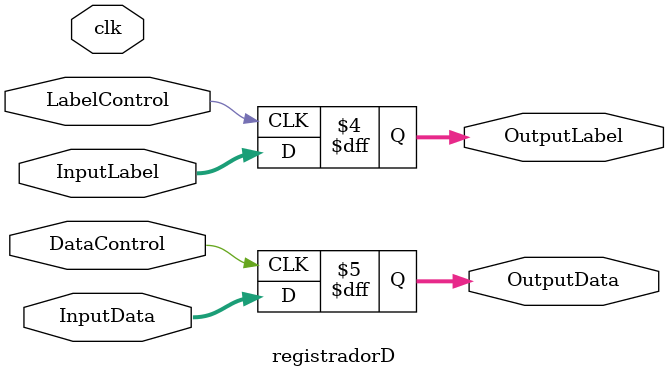
<source format=v>
/**** GUARDA DADOS DENTRO DO REG ****/

module registradorD(clk,InputData,DataControl,InputLabel,LabelControl,OutputLabel,OutputData);
	input [8:0] InputData,InputLabel;
	input DataControl,LabelControl,clk;
	output reg[8:0] OutputLabel,OutputData;
	
	initial begin
		OutputLabel = 9'b111111111;
		OutputData = 9'b000000010;
	end
	always@(posedge DataControl)begin
		if(DataControl) begin
			OutputData = InputData;
		end
	end
	always@(posedge LabelControl)begin
		if(LabelControl) begin
				OutputLabel = InputLabel;
		end
	end
	
endmodule
</source>
